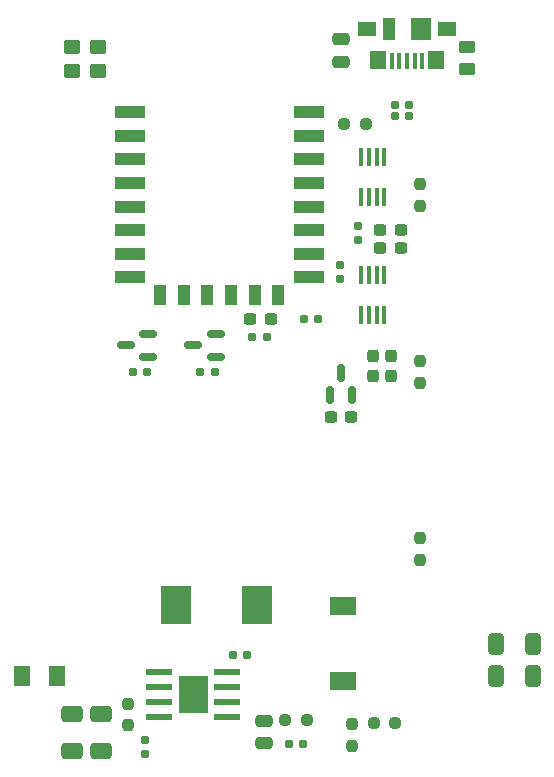
<source format=gbr>
%TF.GenerationSoftware,KiCad,Pcbnew,(6.0.1)*%
%TF.CreationDate,2022-02-04T15:15:15+01:00*%
%TF.ProjectId,WLED_ESP8266_molex_microfit,574c4544-5f45-4535-9038-3236365f6d6f,rev?*%
%TF.SameCoordinates,Original*%
%TF.FileFunction,Paste,Top*%
%TF.FilePolarity,Positive*%
%FSLAX46Y46*%
G04 Gerber Fmt 4.6, Leading zero omitted, Abs format (unit mm)*
G04 Created by KiCad (PCBNEW (6.0.1)) date 2022-02-04 15:15:15*
%MOMM*%
%LPD*%
G01*
G04 APERTURE LIST*
G04 Aperture macros list*
%AMRoundRect*
0 Rectangle with rounded corners*
0 $1 Rounding radius*
0 $2 $3 $4 $5 $6 $7 $8 $9 X,Y pos of 4 corners*
0 Add a 4 corners polygon primitive as box body*
4,1,4,$2,$3,$4,$5,$6,$7,$8,$9,$2,$3,0*
0 Add four circle primitives for the rounded corners*
1,1,$1+$1,$2,$3*
1,1,$1+$1,$4,$5*
1,1,$1+$1,$6,$7*
1,1,$1+$1,$8,$9*
0 Add four rect primitives between the rounded corners*
20,1,$1+$1,$2,$3,$4,$5,0*
20,1,$1+$1,$4,$5,$6,$7,0*
20,1,$1+$1,$6,$7,$8,$9,0*
20,1,$1+$1,$8,$9,$2,$3,0*%
G04 Aperture macros list end*
%ADD10C,0.010000*%
%ADD11R,2.200000X1.500000*%
%ADD12R,2.500000X3.300000*%
%ADD13RoundRect,0.237500X0.237500X-0.300000X0.237500X0.300000X-0.237500X0.300000X-0.237500X-0.300000X0*%
%ADD14RoundRect,0.250000X-0.650000X0.412500X-0.650000X-0.412500X0.650000X-0.412500X0.650000X0.412500X0*%
%ADD15RoundRect,0.250000X0.475000X-0.250000X0.475000X0.250000X-0.475000X0.250000X-0.475000X-0.250000X0*%
%ADD16RoundRect,0.237500X0.300000X0.237500X-0.300000X0.237500X-0.300000X-0.237500X0.300000X-0.237500X0*%
%ADD17RoundRect,0.160000X-0.197500X-0.160000X0.197500X-0.160000X0.197500X0.160000X-0.197500X0.160000X0*%
%ADD18RoundRect,0.155000X0.155000X-0.212500X0.155000X0.212500X-0.155000X0.212500X-0.155000X-0.212500X0*%
%ADD19RoundRect,0.237500X0.237500X-0.250000X0.237500X0.250000X-0.237500X0.250000X-0.237500X-0.250000X0*%
%ADD20R,0.300000X1.600000*%
%ADD21RoundRect,0.250001X-0.462499X-0.624999X0.462499X-0.624999X0.462499X0.624999X-0.462499X0.624999X0*%
%ADD22RoundRect,0.237500X-0.300000X-0.237500X0.300000X-0.237500X0.300000X0.237500X-0.300000X0.237500X0*%
%ADD23RoundRect,0.160000X0.160000X-0.197500X0.160000X0.197500X-0.160000X0.197500X-0.160000X-0.197500X0*%
%ADD24RoundRect,0.237500X-0.237500X0.250000X-0.237500X-0.250000X0.237500X-0.250000X0.237500X0.250000X0*%
%ADD25R,2.500000X1.000000*%
%ADD26R,1.000000X1.800000*%
%ADD27R,0.450000X1.380000*%
%ADD28R,1.000000X1.900000*%
%ADD29R,1.650000X1.300000*%
%ADD30R,1.425000X1.550000*%
%ADD31R,1.800000X1.900000*%
%ADD32RoundRect,0.250000X-0.450000X0.262500X-0.450000X-0.262500X0.450000X-0.262500X0.450000X0.262500X0*%
%ADD33RoundRect,0.250000X-0.412500X-0.650000X0.412500X-0.650000X0.412500X0.650000X-0.412500X0.650000X0*%
%ADD34RoundRect,0.237500X-0.250000X-0.237500X0.250000X-0.237500X0.250000X0.237500X-0.250000X0.237500X0*%
%ADD35RoundRect,0.250000X-0.450000X0.350000X-0.450000X-0.350000X0.450000X-0.350000X0.450000X0.350000X0*%
%ADD36RoundRect,0.160000X-0.160000X0.197500X-0.160000X-0.197500X0.160000X-0.197500X0.160000X0.197500X0*%
%ADD37RoundRect,0.160000X0.197500X0.160000X-0.197500X0.160000X-0.197500X-0.160000X0.197500X-0.160000X0*%
%ADD38RoundRect,0.150000X0.587500X0.150000X-0.587500X0.150000X-0.587500X-0.150000X0.587500X-0.150000X0*%
%ADD39RoundRect,0.237500X-0.237500X0.300000X-0.237500X-0.300000X0.237500X-0.300000X0.237500X0.300000X0*%
%ADD40RoundRect,0.155000X-0.212500X-0.155000X0.212500X-0.155000X0.212500X0.155000X-0.212500X0.155000X0*%
%ADD41RoundRect,0.150000X0.150000X-0.587500X0.150000X0.587500X-0.150000X0.587500X-0.150000X-0.587500X0*%
%ADD42RoundRect,0.250000X-0.475000X0.250000X-0.475000X-0.250000X0.475000X-0.250000X0.475000X0.250000X0*%
%ADD43RoundRect,0.250000X0.450000X-0.350000X0.450000X0.350000X-0.450000X0.350000X-0.450000X-0.350000X0*%
G04 APERTURE END LIST*
D10*
%TO.C,U2*%
X135406000Y-121756000D02*
X137806000Y-121756000D01*
X137806000Y-121756000D02*
X137806000Y-124856000D01*
X137806000Y-124856000D02*
X135406000Y-124856000D01*
X135406000Y-124856000D02*
X135406000Y-121756000D01*
G36*
X137806000Y-124856000D02*
G01*
X135406000Y-124856000D01*
X135406000Y-121756000D01*
X137806000Y-121756000D01*
X137806000Y-124856000D01*
G37*
X137806000Y-124856000D02*
X135406000Y-124856000D01*
X135406000Y-121756000D01*
X137806000Y-121756000D01*
X137806000Y-124856000D01*
X132656000Y-121176000D02*
X134806000Y-121176000D01*
X134806000Y-121176000D02*
X134806000Y-121626000D01*
X134806000Y-121626000D02*
X132656000Y-121626000D01*
X132656000Y-121626000D02*
X132656000Y-121176000D01*
G36*
X134806000Y-121626000D02*
G01*
X132656000Y-121626000D01*
X132656000Y-121176000D01*
X134806000Y-121176000D01*
X134806000Y-121626000D01*
G37*
X134806000Y-121626000D02*
X132656000Y-121626000D01*
X132656000Y-121176000D01*
X134806000Y-121176000D01*
X134806000Y-121626000D01*
X132656000Y-122446000D02*
X134806000Y-122446000D01*
X134806000Y-122446000D02*
X134806000Y-122896000D01*
X134806000Y-122896000D02*
X132656000Y-122896000D01*
X132656000Y-122896000D02*
X132656000Y-122446000D01*
G36*
X134806000Y-122896000D02*
G01*
X132656000Y-122896000D01*
X132656000Y-122446000D01*
X134806000Y-122446000D01*
X134806000Y-122896000D01*
G37*
X134806000Y-122896000D02*
X132656000Y-122896000D01*
X132656000Y-122446000D01*
X134806000Y-122446000D01*
X134806000Y-122896000D01*
X132656000Y-123716000D02*
X134806000Y-123716000D01*
X134806000Y-123716000D02*
X134806000Y-124166000D01*
X134806000Y-124166000D02*
X132656000Y-124166000D01*
X132656000Y-124166000D02*
X132656000Y-123716000D01*
G36*
X134806000Y-124166000D02*
G01*
X132656000Y-124166000D01*
X132656000Y-123716000D01*
X134806000Y-123716000D01*
X134806000Y-124166000D01*
G37*
X134806000Y-124166000D02*
X132656000Y-124166000D01*
X132656000Y-123716000D01*
X134806000Y-123716000D01*
X134806000Y-124166000D01*
X132656000Y-124986000D02*
X134806000Y-124986000D01*
X134806000Y-124986000D02*
X134806000Y-125436000D01*
X134806000Y-125436000D02*
X132656000Y-125436000D01*
X132656000Y-125436000D02*
X132656000Y-124986000D01*
G36*
X134806000Y-125436000D02*
G01*
X132656000Y-125436000D01*
X132656000Y-124986000D01*
X134806000Y-124986000D01*
X134806000Y-125436000D01*
G37*
X134806000Y-125436000D02*
X132656000Y-125436000D01*
X132656000Y-124986000D01*
X134806000Y-124986000D01*
X134806000Y-125436000D01*
X138406000Y-121176000D02*
X140556000Y-121176000D01*
X140556000Y-121176000D02*
X140556000Y-121626000D01*
X140556000Y-121626000D02*
X138406000Y-121626000D01*
X138406000Y-121626000D02*
X138406000Y-121176000D01*
G36*
X140556000Y-121626000D02*
G01*
X138406000Y-121626000D01*
X138406000Y-121176000D01*
X140556000Y-121176000D01*
X140556000Y-121626000D01*
G37*
X140556000Y-121626000D02*
X138406000Y-121626000D01*
X138406000Y-121176000D01*
X140556000Y-121176000D01*
X140556000Y-121626000D01*
X138406000Y-122446000D02*
X140556000Y-122446000D01*
X140556000Y-122446000D02*
X140556000Y-122896000D01*
X140556000Y-122896000D02*
X138406000Y-122896000D01*
X138406000Y-122896000D02*
X138406000Y-122446000D01*
G36*
X140556000Y-122896000D02*
G01*
X138406000Y-122896000D01*
X138406000Y-122446000D01*
X140556000Y-122446000D01*
X140556000Y-122896000D01*
G37*
X140556000Y-122896000D02*
X138406000Y-122896000D01*
X138406000Y-122446000D01*
X140556000Y-122446000D01*
X140556000Y-122896000D01*
X138406000Y-123716000D02*
X140556000Y-123716000D01*
X140556000Y-123716000D02*
X140556000Y-124166000D01*
X140556000Y-124166000D02*
X138406000Y-124166000D01*
X138406000Y-124166000D02*
X138406000Y-123716000D01*
G36*
X140556000Y-124166000D02*
G01*
X138406000Y-124166000D01*
X138406000Y-123716000D01*
X140556000Y-123716000D01*
X140556000Y-124166000D01*
G37*
X140556000Y-124166000D02*
X138406000Y-124166000D01*
X138406000Y-123716000D01*
X140556000Y-123716000D01*
X140556000Y-124166000D01*
X138406000Y-124986000D02*
X140556000Y-124986000D01*
X140556000Y-124986000D02*
X140556000Y-125436000D01*
X140556000Y-125436000D02*
X138406000Y-125436000D01*
X138406000Y-125436000D02*
X138406000Y-124986000D01*
G36*
X140556000Y-125436000D02*
G01*
X138406000Y-125436000D01*
X138406000Y-124986000D01*
X140556000Y-124986000D01*
X140556000Y-125436000D01*
G37*
X140556000Y-125436000D02*
X138406000Y-125436000D01*
X138406000Y-124986000D01*
X140556000Y-124986000D01*
X140556000Y-125436000D01*
%TD*%
D11*
%TO.C,L1*%
X149356000Y-115856000D03*
X149356000Y-122256000D03*
%TD*%
D12*
%TO.C,D1*%
X142006000Y-115806000D03*
X135206000Y-115806000D03*
%TD*%
D13*
%TO.C,C6*%
X151856000Y-96418500D03*
X151856000Y-94693500D03*
%TD*%
D14*
%TO.C,C1*%
X126356000Y-124993500D03*
X126356000Y-128118500D03*
%TD*%
D15*
%TO.C,C11*%
X142606000Y-127506000D03*
X142606000Y-125606000D03*
%TD*%
D16*
%TO.C,C9*%
X143218500Y-91556000D03*
X141493500Y-91556000D03*
%TD*%
D17*
%TO.C,R13*%
X153758500Y-73456000D03*
X154953500Y-73456000D03*
%TD*%
D18*
%TO.C,C3*%
X132606000Y-128373500D03*
X132606000Y-127238500D03*
%TD*%
D14*
%TO.C,C2*%
X128856000Y-124993500D03*
X128856000Y-128118500D03*
%TD*%
D19*
%TO.C,R6*%
X150106000Y-127718500D03*
X150106000Y-125893500D03*
%TD*%
D17*
%TO.C,R17*%
X137258500Y-96056000D03*
X138453500Y-96056000D03*
%TD*%
D20*
%TO.C,U3*%
X152831000Y-77856000D03*
X152181000Y-77856000D03*
X151531000Y-77856000D03*
X150881000Y-77856000D03*
X150881000Y-81256000D03*
X151531000Y-81256000D03*
X152181000Y-81256000D03*
X152831000Y-81256000D03*
%TD*%
D21*
%TO.C,F1*%
X122118500Y-121806000D03*
X125093500Y-121806000D03*
%TD*%
D22*
%TO.C,C7*%
X152493500Y-84056000D03*
X154218500Y-84056000D03*
%TD*%
D23*
%TO.C,R16*%
X150606000Y-84903500D03*
X150606000Y-83708500D03*
%TD*%
D24*
%TO.C,R7*%
X155856000Y-95143500D03*
X155856000Y-96968500D03*
%TD*%
D25*
%TO.C,U1*%
X131256000Y-74056000D03*
X131256000Y-76056000D03*
X131256000Y-78056000D03*
X131256000Y-80056000D03*
X131256000Y-82056000D03*
X131256000Y-84056000D03*
X131256000Y-86056000D03*
X131256000Y-88056000D03*
D26*
X133856000Y-89556000D03*
X135856000Y-89556000D03*
X137856000Y-89556000D03*
X139856000Y-89556000D03*
X141856000Y-89556000D03*
X143856000Y-89556000D03*
D25*
X146456000Y-88056000D03*
X146456000Y-86056000D03*
X146456000Y-84056000D03*
X146456000Y-82056000D03*
X146456000Y-80056000D03*
X146456000Y-78056000D03*
X146456000Y-76056000D03*
X146456000Y-74056000D03*
%TD*%
D17*
%TO.C,R12*%
X153758500Y-74406000D03*
X154953500Y-74406000D03*
%TD*%
D20*
%TO.C,U4*%
X152831000Y-87856000D03*
X152181000Y-87856000D03*
X151531000Y-87856000D03*
X150881000Y-87856000D03*
X150881000Y-91256000D03*
X151531000Y-91256000D03*
X152181000Y-91256000D03*
X152831000Y-91256000D03*
%TD*%
D27*
%TO.C,J5*%
X156056000Y-69716000D03*
X155406000Y-69716000D03*
X154756000Y-69716000D03*
X154106000Y-69716000D03*
X153456000Y-69716000D03*
D28*
X153206000Y-67056000D03*
D29*
X151381000Y-67056000D03*
D30*
X157243500Y-69631000D03*
D31*
X155906000Y-67056000D03*
D30*
X152268500Y-69631000D03*
D29*
X158131000Y-67056000D03*
%TD*%
D32*
%TO.C,R19*%
X159856000Y-68543500D03*
X159856000Y-70368500D03*
%TD*%
D33*
%TO.C,C13*%
X162293500Y-119056000D03*
X165418500Y-119056000D03*
%TD*%
D34*
%TO.C,R5*%
X151943500Y-125806000D03*
X153768500Y-125806000D03*
%TD*%
D35*
%TO.C,R2*%
X128606000Y-68556000D03*
X128606000Y-70556000D03*
%TD*%
D34*
%TO.C,R18*%
X149443500Y-75056000D03*
X151268500Y-75056000D03*
%TD*%
D24*
%TO.C,R9*%
X155856000Y-110143500D03*
X155856000Y-111968500D03*
%TD*%
D36*
%TO.C,R14*%
X149106000Y-86958500D03*
X149106000Y-88153500D03*
%TD*%
D37*
%TO.C,R10*%
X142853500Y-93056000D03*
X141658500Y-93056000D03*
%TD*%
D22*
%TO.C,C10*%
X148293500Y-99856000D03*
X150018500Y-99856000D03*
%TD*%
D38*
%TO.C,Q2*%
X138543500Y-94756000D03*
X138543500Y-92856000D03*
X136668500Y-93806000D03*
%TD*%
D39*
%TO.C,C8*%
X153356000Y-94693500D03*
X153356000Y-96418500D03*
%TD*%
D40*
%TO.C,C4*%
X140038500Y-120056000D03*
X141173500Y-120056000D03*
%TD*%
D34*
%TO.C,R4*%
X144443500Y-125556000D03*
X146268500Y-125556000D03*
%TD*%
D38*
%TO.C,Q1*%
X132793500Y-94756000D03*
X132793500Y-92856000D03*
X130918500Y-93806000D03*
%TD*%
D41*
%TO.C,U6*%
X148206000Y-97993500D03*
X150106000Y-97993500D03*
X149156000Y-96118500D03*
%TD*%
D42*
%TO.C,C15*%
X149156000Y-67906000D03*
X149156000Y-69806000D03*
%TD*%
D17*
%TO.C,R1*%
X146008500Y-91556000D03*
X147203500Y-91556000D03*
%TD*%
D24*
%TO.C,R8*%
X155856000Y-80143500D03*
X155856000Y-81968500D03*
%TD*%
D19*
%TO.C,R3*%
X131106000Y-125968500D03*
X131106000Y-124143500D03*
%TD*%
D43*
%TO.C,R11*%
X126356000Y-70556000D03*
X126356000Y-68556000D03*
%TD*%
D17*
%TO.C,R15*%
X131508500Y-96056000D03*
X132703500Y-96056000D03*
%TD*%
D33*
%TO.C,C14*%
X162293500Y-121806000D03*
X165418500Y-121806000D03*
%TD*%
D16*
%TO.C,C5*%
X154218500Y-85556000D03*
X152493500Y-85556000D03*
%TD*%
D40*
%TO.C,C12*%
X144788500Y-127556000D03*
X145923500Y-127556000D03*
%TD*%
M02*

</source>
